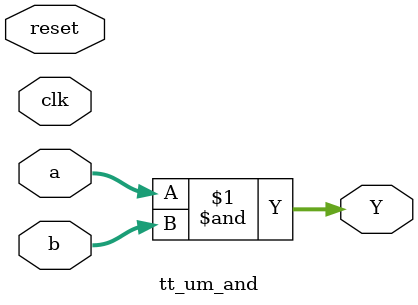
<source format=v>
module tt_um_and(
  input clk,
  input reset,
  input [7:0] a, b,
  output [7:0] Y
);

  assign Y = a & b;


endmodule


</source>
